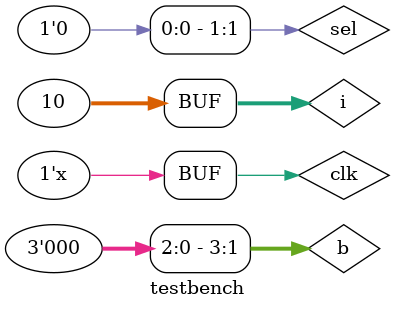
<source format=v>

module testbench ;

 reg serial_in_lshft, serial_in_rshft,clk,rst;
 reg [3:0] b;
 reg [1:0] sel;
 wire [3:0] out;
 integer i;
 
 always #40 clk = ~clk;
 
 universal_shft_reg i1(serial_in_rshft,serial_in_lshft,clk,rst,b,sel,out);
 
 initial begin
  
  clk = 0;
  for(i =0;i<10;i=i+1)begin
    serial_in_lshft = $random;
    serial_in_rshft = $random;
    rst = $random;
    b = $random;
    sel = $random;
    
    #100;
   end
  end
    
endmodule

</source>
